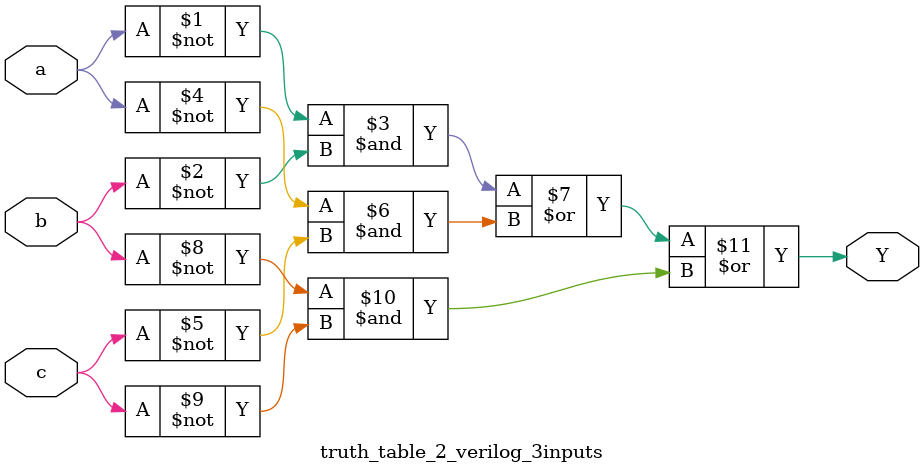
<source format=v>
module truth_table_2_verilog_3inputs(
    input a,
    input b,
    input c,
    output Y
    );
    
    assign Y = (~a & ~b) | (~a & ~c) | (~b & ~c);
    
endmodule



</source>
